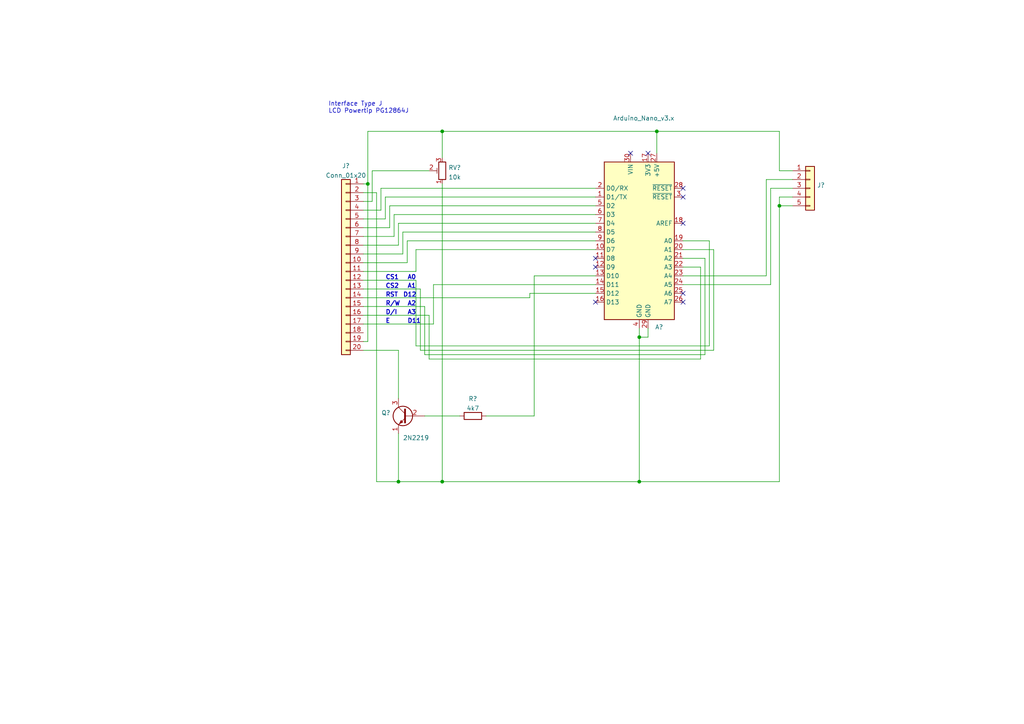
<source format=kicad_sch>
(kicad_sch (version 20211123) (generator eeschema)

  (uuid e63e39d7-6ac0-4ffd-8aa3-1841a4541b55)

  (paper "A4")

  (lib_symbols
    (symbol "Connector_Generic:Conn_01x05" (pin_names (offset 1.016) hide) (in_bom yes) (on_board yes)
      (property "Reference" "J" (id 0) (at 0 7.62 0)
        (effects (font (size 1.27 1.27)))
      )
      (property "Value" "Conn_01x05" (id 1) (at 0 -7.62 0)
        (effects (font (size 1.27 1.27)))
      )
      (property "Footprint" "" (id 2) (at 0 0 0)
        (effects (font (size 1.27 1.27)) hide)
      )
      (property "Datasheet" "~" (id 3) (at 0 0 0)
        (effects (font (size 1.27 1.27)) hide)
      )
      (property "ki_keywords" "connector" (id 4) (at 0 0 0)
        (effects (font (size 1.27 1.27)) hide)
      )
      (property "ki_description" "Generic connector, single row, 01x05, script generated (kicad-library-utils/schlib/autogen/connector/)" (id 5) (at 0 0 0)
        (effects (font (size 1.27 1.27)) hide)
      )
      (property "ki_fp_filters" "Connector*:*_1x??_*" (id 6) (at 0 0 0)
        (effects (font (size 1.27 1.27)) hide)
      )
      (symbol "Conn_01x05_1_1"
        (rectangle (start -1.27 -4.953) (end 0 -5.207)
          (stroke (width 0.1524) (type default) (color 0 0 0 0))
          (fill (type none))
        )
        (rectangle (start -1.27 -2.413) (end 0 -2.667)
          (stroke (width 0.1524) (type default) (color 0 0 0 0))
          (fill (type none))
        )
        (rectangle (start -1.27 0.127) (end 0 -0.127)
          (stroke (width 0.1524) (type default) (color 0 0 0 0))
          (fill (type none))
        )
        (rectangle (start -1.27 2.667) (end 0 2.413)
          (stroke (width 0.1524) (type default) (color 0 0 0 0))
          (fill (type none))
        )
        (rectangle (start -1.27 5.207) (end 0 4.953)
          (stroke (width 0.1524) (type default) (color 0 0 0 0))
          (fill (type none))
        )
        (rectangle (start -1.27 6.35) (end 1.27 -6.35)
          (stroke (width 0.254) (type default) (color 0 0 0 0))
          (fill (type background))
        )
        (pin passive line (at -5.08 5.08 0) (length 3.81)
          (name "Pin_1" (effects (font (size 1.27 1.27))))
          (number "1" (effects (font (size 1.27 1.27))))
        )
        (pin passive line (at -5.08 2.54 0) (length 3.81)
          (name "Pin_2" (effects (font (size 1.27 1.27))))
          (number "2" (effects (font (size 1.27 1.27))))
        )
        (pin passive line (at -5.08 0 0) (length 3.81)
          (name "Pin_3" (effects (font (size 1.27 1.27))))
          (number "3" (effects (font (size 1.27 1.27))))
        )
        (pin passive line (at -5.08 -2.54 0) (length 3.81)
          (name "Pin_4" (effects (font (size 1.27 1.27))))
          (number "4" (effects (font (size 1.27 1.27))))
        )
        (pin passive line (at -5.08 -5.08 0) (length 3.81)
          (name "Pin_5" (effects (font (size 1.27 1.27))))
          (number "5" (effects (font (size 1.27 1.27))))
        )
      )
    )
    (symbol "Connector_Generic:Conn_01x20" (pin_names (offset 1.016) hide) (in_bom yes) (on_board yes)
      (property "Reference" "J" (id 0) (at 0 25.4 0)
        (effects (font (size 1.27 1.27)))
      )
      (property "Value" "Conn_01x20" (id 1) (at 0 -27.94 0)
        (effects (font (size 1.27 1.27)))
      )
      (property "Footprint" "" (id 2) (at 0 0 0)
        (effects (font (size 1.27 1.27)) hide)
      )
      (property "Datasheet" "~" (id 3) (at 0 0 0)
        (effects (font (size 1.27 1.27)) hide)
      )
      (property "ki_keywords" "connector" (id 4) (at 0 0 0)
        (effects (font (size 1.27 1.27)) hide)
      )
      (property "ki_description" "Generic connector, single row, 01x20, script generated (kicad-library-utils/schlib/autogen/connector/)" (id 5) (at 0 0 0)
        (effects (font (size 1.27 1.27)) hide)
      )
      (property "ki_fp_filters" "Connector*:*_1x??_*" (id 6) (at 0 0 0)
        (effects (font (size 1.27 1.27)) hide)
      )
      (symbol "Conn_01x20_1_1"
        (rectangle (start -1.27 -25.273) (end 0 -25.527)
          (stroke (width 0.1524) (type default) (color 0 0 0 0))
          (fill (type none))
        )
        (rectangle (start -1.27 -22.733) (end 0 -22.987)
          (stroke (width 0.1524) (type default) (color 0 0 0 0))
          (fill (type none))
        )
        (rectangle (start -1.27 -20.193) (end 0 -20.447)
          (stroke (width 0.1524) (type default) (color 0 0 0 0))
          (fill (type none))
        )
        (rectangle (start -1.27 -17.653) (end 0 -17.907)
          (stroke (width 0.1524) (type default) (color 0 0 0 0))
          (fill (type none))
        )
        (rectangle (start -1.27 -15.113) (end 0 -15.367)
          (stroke (width 0.1524) (type default) (color 0 0 0 0))
          (fill (type none))
        )
        (rectangle (start -1.27 -12.573) (end 0 -12.827)
          (stroke (width 0.1524) (type default) (color 0 0 0 0))
          (fill (type none))
        )
        (rectangle (start -1.27 -10.033) (end 0 -10.287)
          (stroke (width 0.1524) (type default) (color 0 0 0 0))
          (fill (type none))
        )
        (rectangle (start -1.27 -7.493) (end 0 -7.747)
          (stroke (width 0.1524) (type default) (color 0 0 0 0))
          (fill (type none))
        )
        (rectangle (start -1.27 -4.953) (end 0 -5.207)
          (stroke (width 0.1524) (type default) (color 0 0 0 0))
          (fill (type none))
        )
        (rectangle (start -1.27 -2.413) (end 0 -2.667)
          (stroke (width 0.1524) (type default) (color 0 0 0 0))
          (fill (type none))
        )
        (rectangle (start -1.27 0.127) (end 0 -0.127)
          (stroke (width 0.1524) (type default) (color 0 0 0 0))
          (fill (type none))
        )
        (rectangle (start -1.27 2.667) (end 0 2.413)
          (stroke (width 0.1524) (type default) (color 0 0 0 0))
          (fill (type none))
        )
        (rectangle (start -1.27 5.207) (end 0 4.953)
          (stroke (width 0.1524) (type default) (color 0 0 0 0))
          (fill (type none))
        )
        (rectangle (start -1.27 7.747) (end 0 7.493)
          (stroke (width 0.1524) (type default) (color 0 0 0 0))
          (fill (type none))
        )
        (rectangle (start -1.27 10.287) (end 0 10.033)
          (stroke (width 0.1524) (type default) (color 0 0 0 0))
          (fill (type none))
        )
        (rectangle (start -1.27 12.827) (end 0 12.573)
          (stroke (width 0.1524) (type default) (color 0 0 0 0))
          (fill (type none))
        )
        (rectangle (start -1.27 15.367) (end 0 15.113)
          (stroke (width 0.1524) (type default) (color 0 0 0 0))
          (fill (type none))
        )
        (rectangle (start -1.27 17.907) (end 0 17.653)
          (stroke (width 0.1524) (type default) (color 0 0 0 0))
          (fill (type none))
        )
        (rectangle (start -1.27 20.447) (end 0 20.193)
          (stroke (width 0.1524) (type default) (color 0 0 0 0))
          (fill (type none))
        )
        (rectangle (start -1.27 22.987) (end 0 22.733)
          (stroke (width 0.1524) (type default) (color 0 0 0 0))
          (fill (type none))
        )
        (rectangle (start -1.27 24.13) (end 1.27 -26.67)
          (stroke (width 0.254) (type default) (color 0 0 0 0))
          (fill (type background))
        )
        (pin passive line (at -5.08 22.86 0) (length 3.81)
          (name "Pin_1" (effects (font (size 1.27 1.27))))
          (number "1" (effects (font (size 1.27 1.27))))
        )
        (pin passive line (at -5.08 0 0) (length 3.81)
          (name "Pin_10" (effects (font (size 1.27 1.27))))
          (number "10" (effects (font (size 1.27 1.27))))
        )
        (pin passive line (at -5.08 -2.54 0) (length 3.81)
          (name "Pin_11" (effects (font (size 1.27 1.27))))
          (number "11" (effects (font (size 1.27 1.27))))
        )
        (pin passive line (at -5.08 -5.08 0) (length 3.81)
          (name "Pin_12" (effects (font (size 1.27 1.27))))
          (number "12" (effects (font (size 1.27 1.27))))
        )
        (pin passive line (at -5.08 -7.62 0) (length 3.81)
          (name "Pin_13" (effects (font (size 1.27 1.27))))
          (number "13" (effects (font (size 1.27 1.27))))
        )
        (pin passive line (at -5.08 -10.16 0) (length 3.81)
          (name "Pin_14" (effects (font (size 1.27 1.27))))
          (number "14" (effects (font (size 1.27 1.27))))
        )
        (pin passive line (at -5.08 -12.7 0) (length 3.81)
          (name "Pin_15" (effects (font (size 1.27 1.27))))
          (number "15" (effects (font (size 1.27 1.27))))
        )
        (pin passive line (at -5.08 -15.24 0) (length 3.81)
          (name "Pin_16" (effects (font (size 1.27 1.27))))
          (number "16" (effects (font (size 1.27 1.27))))
        )
        (pin passive line (at -5.08 -17.78 0) (length 3.81)
          (name "Pin_17" (effects (font (size 1.27 1.27))))
          (number "17" (effects (font (size 1.27 1.27))))
        )
        (pin passive line (at -5.08 -20.32 0) (length 3.81)
          (name "Pin_18" (effects (font (size 1.27 1.27))))
          (number "18" (effects (font (size 1.27 1.27))))
        )
        (pin passive line (at -5.08 -22.86 0) (length 3.81)
          (name "Pin_19" (effects (font (size 1.27 1.27))))
          (number "19" (effects (font (size 1.27 1.27))))
        )
        (pin passive line (at -5.08 20.32 0) (length 3.81)
          (name "Pin_2" (effects (font (size 1.27 1.27))))
          (number "2" (effects (font (size 1.27 1.27))))
        )
        (pin passive line (at -5.08 -25.4 0) (length 3.81)
          (name "Pin_20" (effects (font (size 1.27 1.27))))
          (number "20" (effects (font (size 1.27 1.27))))
        )
        (pin passive line (at -5.08 17.78 0) (length 3.81)
          (name "Pin_3" (effects (font (size 1.27 1.27))))
          (number "3" (effects (font (size 1.27 1.27))))
        )
        (pin passive line (at -5.08 15.24 0) (length 3.81)
          (name "Pin_4" (effects (font (size 1.27 1.27))))
          (number "4" (effects (font (size 1.27 1.27))))
        )
        (pin passive line (at -5.08 12.7 0) (length 3.81)
          (name "Pin_5" (effects (font (size 1.27 1.27))))
          (number "5" (effects (font (size 1.27 1.27))))
        )
        (pin passive line (at -5.08 10.16 0) (length 3.81)
          (name "Pin_6" (effects (font (size 1.27 1.27))))
          (number "6" (effects (font (size 1.27 1.27))))
        )
        (pin passive line (at -5.08 7.62 0) (length 3.81)
          (name "Pin_7" (effects (font (size 1.27 1.27))))
          (number "7" (effects (font (size 1.27 1.27))))
        )
        (pin passive line (at -5.08 5.08 0) (length 3.81)
          (name "Pin_8" (effects (font (size 1.27 1.27))))
          (number "8" (effects (font (size 1.27 1.27))))
        )
        (pin passive line (at -5.08 2.54 0) (length 3.81)
          (name "Pin_9" (effects (font (size 1.27 1.27))))
          (number "9" (effects (font (size 1.27 1.27))))
        )
      )
    )
    (symbol "Device:R" (pin_numbers hide) (pin_names (offset 0)) (in_bom yes) (on_board yes)
      (property "Reference" "R" (id 0) (at 2.032 0 90)
        (effects (font (size 1.27 1.27)))
      )
      (property "Value" "R" (id 1) (at 0 0 90)
        (effects (font (size 1.27 1.27)))
      )
      (property "Footprint" "" (id 2) (at -1.778 0 90)
        (effects (font (size 1.27 1.27)) hide)
      )
      (property "Datasheet" "~" (id 3) (at 0 0 0)
        (effects (font (size 1.27 1.27)) hide)
      )
      (property "ki_keywords" "R res resistor" (id 4) (at 0 0 0)
        (effects (font (size 1.27 1.27)) hide)
      )
      (property "ki_description" "Resistor" (id 5) (at 0 0 0)
        (effects (font (size 1.27 1.27)) hide)
      )
      (property "ki_fp_filters" "R_*" (id 6) (at 0 0 0)
        (effects (font (size 1.27 1.27)) hide)
      )
      (symbol "R_0_1"
        (rectangle (start -1.016 -2.54) (end 1.016 2.54)
          (stroke (width 0.254) (type default) (color 0 0 0 0))
          (fill (type none))
        )
      )
      (symbol "R_1_1"
        (pin passive line (at 0 3.81 270) (length 1.27)
          (name "~" (effects (font (size 1.27 1.27))))
          (number "1" (effects (font (size 1.27 1.27))))
        )
        (pin passive line (at 0 -3.81 90) (length 1.27)
          (name "~" (effects (font (size 1.27 1.27))))
          (number "2" (effects (font (size 1.27 1.27))))
        )
      )
    )
    (symbol "Device:R_Potentiometer_Trim" (pin_names (offset 1.016) hide) (in_bom yes) (on_board yes)
      (property "Reference" "RV" (id 0) (at -4.445 0 90)
        (effects (font (size 1.27 1.27)))
      )
      (property "Value" "R_Potentiometer_Trim" (id 1) (at -2.54 0 90)
        (effects (font (size 1.27 1.27)))
      )
      (property "Footprint" "" (id 2) (at 0 0 0)
        (effects (font (size 1.27 1.27)) hide)
      )
      (property "Datasheet" "~" (id 3) (at 0 0 0)
        (effects (font (size 1.27 1.27)) hide)
      )
      (property "ki_keywords" "resistor variable trimpot trimmer" (id 4) (at 0 0 0)
        (effects (font (size 1.27 1.27)) hide)
      )
      (property "ki_description" "Trim-potentiometer" (id 5) (at 0 0 0)
        (effects (font (size 1.27 1.27)) hide)
      )
      (property "ki_fp_filters" "Potentiometer*" (id 6) (at 0 0 0)
        (effects (font (size 1.27 1.27)) hide)
      )
      (symbol "R_Potentiometer_Trim_0_1"
        (polyline
          (pts
            (xy 1.524 0.762)
            (xy 1.524 -0.762)
          )
          (stroke (width 0) (type default) (color 0 0 0 0))
          (fill (type none))
        )
        (polyline
          (pts
            (xy 2.54 0)
            (xy 1.524 0)
          )
          (stroke (width 0) (type default) (color 0 0 0 0))
          (fill (type none))
        )
        (rectangle (start 1.016 2.54) (end -1.016 -2.54)
          (stroke (width 0.254) (type default) (color 0 0 0 0))
          (fill (type none))
        )
      )
      (symbol "R_Potentiometer_Trim_1_1"
        (pin passive line (at 0 3.81 270) (length 1.27)
          (name "1" (effects (font (size 1.27 1.27))))
          (number "1" (effects (font (size 1.27 1.27))))
        )
        (pin passive line (at 3.81 0 180) (length 1.27)
          (name "2" (effects (font (size 1.27 1.27))))
          (number "2" (effects (font (size 1.27 1.27))))
        )
        (pin passive line (at 0 -3.81 90) (length 1.27)
          (name "3" (effects (font (size 1.27 1.27))))
          (number "3" (effects (font (size 1.27 1.27))))
        )
      )
    )
    (symbol "MCU_Module:Arduino_Nano_v3.x" (in_bom yes) (on_board yes)
      (property "Reference" "A" (id 0) (at -10.16 23.495 0)
        (effects (font (size 1.27 1.27)) (justify left bottom))
      )
      (property "Value" "Arduino_Nano_v3.x" (id 1) (at 5.08 -24.13 0)
        (effects (font (size 1.27 1.27)) (justify left top))
      )
      (property "Footprint" "Module:Arduino_Nano" (id 2) (at 0 0 0)
        (effects (font (size 1.27 1.27) italic) hide)
      )
      (property "Datasheet" "http://www.mouser.com/pdfdocs/Gravitech_Arduino_Nano3_0.pdf" (id 3) (at 0 0 0)
        (effects (font (size 1.27 1.27)) hide)
      )
      (property "ki_keywords" "Arduino nano microcontroller module USB" (id 4) (at 0 0 0)
        (effects (font (size 1.27 1.27)) hide)
      )
      (property "ki_description" "Arduino Nano v3.x" (id 5) (at 0 0 0)
        (effects (font (size 1.27 1.27)) hide)
      )
      (property "ki_fp_filters" "Arduino*Nano*" (id 6) (at 0 0 0)
        (effects (font (size 1.27 1.27)) hide)
      )
      (symbol "Arduino_Nano_v3.x_0_1"
        (rectangle (start -10.16 22.86) (end 10.16 -22.86)
          (stroke (width 0.254) (type default) (color 0 0 0 0))
          (fill (type background))
        )
      )
      (symbol "Arduino_Nano_v3.x_1_1"
        (pin bidirectional line (at -12.7 12.7 0) (length 2.54)
          (name "D1/TX" (effects (font (size 1.27 1.27))))
          (number "1" (effects (font (size 1.27 1.27))))
        )
        (pin bidirectional line (at -12.7 -2.54 0) (length 2.54)
          (name "D7" (effects (font (size 1.27 1.27))))
          (number "10" (effects (font (size 1.27 1.27))))
        )
        (pin bidirectional line (at -12.7 -5.08 0) (length 2.54)
          (name "D8" (effects (font (size 1.27 1.27))))
          (number "11" (effects (font (size 1.27 1.27))))
        )
        (pin bidirectional line (at -12.7 -7.62 0) (length 2.54)
          (name "D9" (effects (font (size 1.27 1.27))))
          (number "12" (effects (font (size 1.27 1.27))))
        )
        (pin bidirectional line (at -12.7 -10.16 0) (length 2.54)
          (name "D10" (effects (font (size 1.27 1.27))))
          (number "13" (effects (font (size 1.27 1.27))))
        )
        (pin bidirectional line (at -12.7 -12.7 0) (length 2.54)
          (name "D11" (effects (font (size 1.27 1.27))))
          (number "14" (effects (font (size 1.27 1.27))))
        )
        (pin bidirectional line (at -12.7 -15.24 0) (length 2.54)
          (name "D12" (effects (font (size 1.27 1.27))))
          (number "15" (effects (font (size 1.27 1.27))))
        )
        (pin bidirectional line (at -12.7 -17.78 0) (length 2.54)
          (name "D13" (effects (font (size 1.27 1.27))))
          (number "16" (effects (font (size 1.27 1.27))))
        )
        (pin power_out line (at 2.54 25.4 270) (length 2.54)
          (name "3V3" (effects (font (size 1.27 1.27))))
          (number "17" (effects (font (size 1.27 1.27))))
        )
        (pin input line (at 12.7 5.08 180) (length 2.54)
          (name "AREF" (effects (font (size 1.27 1.27))))
          (number "18" (effects (font (size 1.27 1.27))))
        )
        (pin bidirectional line (at 12.7 0 180) (length 2.54)
          (name "A0" (effects (font (size 1.27 1.27))))
          (number "19" (effects (font (size 1.27 1.27))))
        )
        (pin bidirectional line (at -12.7 15.24 0) (length 2.54)
          (name "D0/RX" (effects (font (size 1.27 1.27))))
          (number "2" (effects (font (size 1.27 1.27))))
        )
        (pin bidirectional line (at 12.7 -2.54 180) (length 2.54)
          (name "A1" (effects (font (size 1.27 1.27))))
          (number "20" (effects (font (size 1.27 1.27))))
        )
        (pin bidirectional line (at 12.7 -5.08 180) (length 2.54)
          (name "A2" (effects (font (size 1.27 1.27))))
          (number "21" (effects (font (size 1.27 1.27))))
        )
        (pin bidirectional line (at 12.7 -7.62 180) (length 2.54)
          (name "A3" (effects (font (size 1.27 1.27))))
          (number "22" (effects (font (size 1.27 1.27))))
        )
        (pin bidirectional line (at 12.7 -10.16 180) (length 2.54)
          (name "A4" (effects (font (size 1.27 1.27))))
          (number "23" (effects (font (size 1.27 1.27))))
        )
        (pin bidirectional line (at 12.7 -12.7 180) (length 2.54)
          (name "A5" (effects (font (size 1.27 1.27))))
          (number "24" (effects (font (size 1.27 1.27))))
        )
        (pin bidirectional line (at 12.7 -15.24 180) (length 2.54)
          (name "A6" (effects (font (size 1.27 1.27))))
          (number "25" (effects (font (size 1.27 1.27))))
        )
        (pin bidirectional line (at 12.7 -17.78 180) (length 2.54)
          (name "A7" (effects (font (size 1.27 1.27))))
          (number "26" (effects (font (size 1.27 1.27))))
        )
        (pin power_out line (at 5.08 25.4 270) (length 2.54)
          (name "+5V" (effects (font (size 1.27 1.27))))
          (number "27" (effects (font (size 1.27 1.27))))
        )
        (pin input line (at 12.7 15.24 180) (length 2.54)
          (name "~{RESET}" (effects (font (size 1.27 1.27))))
          (number "28" (effects (font (size 1.27 1.27))))
        )
        (pin power_in line (at 2.54 -25.4 90) (length 2.54)
          (name "GND" (effects (font (size 1.27 1.27))))
          (number "29" (effects (font (size 1.27 1.27))))
        )
        (pin input line (at 12.7 12.7 180) (length 2.54)
          (name "~{RESET}" (effects (font (size 1.27 1.27))))
          (number "3" (effects (font (size 1.27 1.27))))
        )
        (pin power_in line (at -2.54 25.4 270) (length 2.54)
          (name "VIN" (effects (font (size 1.27 1.27))))
          (number "30" (effects (font (size 1.27 1.27))))
        )
        (pin power_in line (at 0 -25.4 90) (length 2.54)
          (name "GND" (effects (font (size 1.27 1.27))))
          (number "4" (effects (font (size 1.27 1.27))))
        )
        (pin bidirectional line (at -12.7 10.16 0) (length 2.54)
          (name "D2" (effects (font (size 1.27 1.27))))
          (number "5" (effects (font (size 1.27 1.27))))
        )
        (pin bidirectional line (at -12.7 7.62 0) (length 2.54)
          (name "D3" (effects (font (size 1.27 1.27))))
          (number "6" (effects (font (size 1.27 1.27))))
        )
        (pin bidirectional line (at -12.7 5.08 0) (length 2.54)
          (name "D4" (effects (font (size 1.27 1.27))))
          (number "7" (effects (font (size 1.27 1.27))))
        )
        (pin bidirectional line (at -12.7 2.54 0) (length 2.54)
          (name "D5" (effects (font (size 1.27 1.27))))
          (number "8" (effects (font (size 1.27 1.27))))
        )
        (pin bidirectional line (at -12.7 0 0) (length 2.54)
          (name "D6" (effects (font (size 1.27 1.27))))
          (number "9" (effects (font (size 1.27 1.27))))
        )
      )
    )
    (symbol "Transistor_BJT:2N2219" (pin_names (offset 0) hide) (in_bom yes) (on_board yes)
      (property "Reference" "Q" (id 0) (at 5.08 1.905 0)
        (effects (font (size 1.27 1.27)) (justify left))
      )
      (property "Value" "2N2219" (id 1) (at 5.08 0 0)
        (effects (font (size 1.27 1.27)) (justify left))
      )
      (property "Footprint" "Package_TO_SOT_THT:TO-39-3" (id 2) (at 5.08 -1.905 0)
        (effects (font (size 1.27 1.27) italic) (justify left) hide)
      )
      (property "Datasheet" "http://www.onsemi.com/pub_link/Collateral/2N2219-D.PDF" (id 3) (at 0 0 0)
        (effects (font (size 1.27 1.27)) (justify left) hide)
      )
      (property "ki_keywords" "NPN Transistor" (id 4) (at 0 0 0)
        (effects (font (size 1.27 1.27)) hide)
      )
      (property "ki_description" "800mA Ic, 50V Vce, NPN Transistor, TO-39" (id 5) (at 0 0 0)
        (effects (font (size 1.27 1.27)) hide)
      )
      (property "ki_fp_filters" "TO?39*" (id 6) (at 0 0 0)
        (effects (font (size 1.27 1.27)) hide)
      )
      (symbol "2N2219_0_1"
        (polyline
          (pts
            (xy 0.635 0.635)
            (xy 2.54 2.54)
          )
          (stroke (width 0) (type default) (color 0 0 0 0))
          (fill (type none))
        )
        (polyline
          (pts
            (xy 0.635 -0.635)
            (xy 2.54 -2.54)
            (xy 2.54 -2.54)
          )
          (stroke (width 0) (type default) (color 0 0 0 0))
          (fill (type none))
        )
        (polyline
          (pts
            (xy 0.635 1.905)
            (xy 0.635 -1.905)
            (xy 0.635 -1.905)
          )
          (stroke (width 0.508) (type default) (color 0 0 0 0))
          (fill (type none))
        )
        (polyline
          (pts
            (xy 1.27 -1.778)
            (xy 1.778 -1.27)
            (xy 2.286 -2.286)
            (xy 1.27 -1.778)
            (xy 1.27 -1.778)
          )
          (stroke (width 0) (type default) (color 0 0 0 0))
          (fill (type outline))
        )
        (circle (center 1.27 0) (radius 2.8194)
          (stroke (width 0.254) (type default) (color 0 0 0 0))
          (fill (type none))
        )
      )
      (symbol "2N2219_1_1"
        (pin passive line (at 2.54 -5.08 90) (length 2.54)
          (name "E" (effects (font (size 1.27 1.27))))
          (number "1" (effects (font (size 1.27 1.27))))
        )
        (pin passive line (at -5.08 0 0) (length 5.715)
          (name "B" (effects (font (size 1.27 1.27))))
          (number "2" (effects (font (size 1.27 1.27))))
        )
        (pin passive line (at 2.54 5.08 270) (length 2.54)
          (name "C" (effects (font (size 1.27 1.27))))
          (number "3" (effects (font (size 1.27 1.27))))
        )
      )
    )
  )

  (junction (at 185.42 139.7) (diameter 0) (color 0 0 0 0)
    (uuid 1b816eea-0353-4fb6-a3bf-139055527e61)
  )
  (junction (at 106.68 53.34) (diameter 0) (color 0 0 0 0)
    (uuid 26956c2d-6c9d-4164-94cf-0f5e139203a1)
  )
  (junction (at 128.27 139.7) (diameter 0) (color 0 0 0 0)
    (uuid 501fab9e-b2b3-40c2-a654-8554c91eb1b6)
  )
  (junction (at 115.57 139.7) (diameter 0) (color 0 0 0 0)
    (uuid 67c444e5-8b20-4ffb-94a5-3ec5c9d24412)
  )
  (junction (at 190.5 38.1) (diameter 0) (color 0 0 0 0)
    (uuid 8a18ea61-53b5-463e-842e-5de28e299d91)
  )
  (junction (at 128.27 38.1) (diameter 0) (color 0 0 0 0)
    (uuid 9607983a-fde1-41e0-a67d-ad1f09fdada0)
  )
  (junction (at 185.42 97.79) (diameter 0) (color 0 0 0 0)
    (uuid e40a3b3c-aaa1-4c07-a4de-489c28df891f)
  )
  (junction (at 226.06 59.69) (diameter 0) (color 0 0 0 0)
    (uuid e60e7b2a-be1a-40ac-8a8d-b4d6a5df8bf6)
  )

  (no_connect (at 182.88 44.45) (uuid 23d2c32e-47ff-4ae6-a498-f01be81385d8))
  (no_connect (at 187.96 44.45) (uuid 23d2c32e-47ff-4ae6-a498-f01be81385d9))
  (no_connect (at 198.12 54.61) (uuid 23d2c32e-47ff-4ae6-a498-f01be81385da))
  (no_connect (at 198.12 64.77) (uuid 23d2c32e-47ff-4ae6-a498-f01be81385db))
  (no_connect (at 198.12 57.15) (uuid 23d2c32e-47ff-4ae6-a498-f01be81385dc))
  (no_connect (at 172.72 87.63) (uuid 23d2c32e-47ff-4ae6-a498-f01be81385dd))
  (no_connect (at 172.72 77.47) (uuid 23d2c32e-47ff-4ae6-a498-f01be81385e1))
  (no_connect (at 172.72 74.93) (uuid 23d2c32e-47ff-4ae6-a498-f01be81385e2))
  (no_connect (at 198.12 85.09) (uuid da45010f-ef64-4740-82f1-fee030820c70))
  (no_connect (at 198.12 87.63) (uuid da45010f-ef64-4740-82f1-fee030820c71))

  (wire (pts (xy 105.41 78.74) (xy 120.65 78.74))
    (stroke (width 0) (type default) (color 0 0 0 0))
    (uuid 00cc81c7-a218-403c-a7d4-f7708ad9c84c)
  )
  (wire (pts (xy 114.3 68.58) (xy 114.3 62.23))
    (stroke (width 0) (type default) (color 0 0 0 0))
    (uuid 023ad332-e571-420f-95bc-943ffe6e671f)
  )
  (wire (pts (xy 118.11 69.85) (xy 172.72 69.85))
    (stroke (width 0) (type default) (color 0 0 0 0))
    (uuid 02ab35d0-b431-44d0-a66b-cfb9081c6b91)
  )
  (wire (pts (xy 110.49 54.61) (xy 172.72 54.61))
    (stroke (width 0) (type default) (color 0 0 0 0))
    (uuid 04ba3bfe-2b00-4d24-a669-3231703add53)
  )
  (wire (pts (xy 154.94 80.01) (xy 172.72 80.01))
    (stroke (width 0) (type default) (color 0 0 0 0))
    (uuid 0bb79875-05c7-4b8a-9d2d-5fca0ef83c84)
  )
  (wire (pts (xy 223.52 54.61) (xy 229.87 54.61))
    (stroke (width 0) (type default) (color 0 0 0 0))
    (uuid 0bfa2087-73e6-4c7f-bf5a-8cf82e628a7a)
  )
  (wire (pts (xy 153.67 86.36) (xy 153.67 85.09))
    (stroke (width 0) (type default) (color 0 0 0 0))
    (uuid 11b49d13-b047-4242-be65-9a9b1c80ec58)
  )
  (wire (pts (xy 203.2 104.14) (xy 124.46 104.14))
    (stroke (width 0) (type default) (color 0 0 0 0))
    (uuid 12f756df-7709-4ef2-8f7e-eb94d94b5acc)
  )
  (wire (pts (xy 107.95 58.42) (xy 107.95 49.53))
    (stroke (width 0) (type default) (color 0 0 0 0))
    (uuid 16feeb4f-2431-4af7-a0bb-cc04a15125b5)
  )
  (wire (pts (xy 226.06 59.69) (xy 226.06 139.7))
    (stroke (width 0) (type default) (color 0 0 0 0))
    (uuid 1702376e-1c85-4ffb-84c8-3aeea5a8def5)
  )
  (wire (pts (xy 154.94 120.65) (xy 154.94 80.01))
    (stroke (width 0) (type default) (color 0 0 0 0))
    (uuid 1adc423c-5f41-4ee4-af46-7ca13603c8b6)
  )
  (wire (pts (xy 105.41 101.6) (xy 115.57 101.6))
    (stroke (width 0) (type default) (color 0 0 0 0))
    (uuid 1d1e12a4-e0ee-4c7a-93dd-ce99cf42e6aa)
  )
  (wire (pts (xy 190.5 44.45) (xy 190.5 38.1))
    (stroke (width 0) (type default) (color 0 0 0 0))
    (uuid 223b1bf5-aeb0-4409-ae26-7a05947090b1)
  )
  (wire (pts (xy 153.67 85.09) (xy 172.72 85.09))
    (stroke (width 0) (type default) (color 0 0 0 0))
    (uuid 2621aeaa-9788-4950-9c8a-57743e174960)
  )
  (wire (pts (xy 226.06 139.7) (xy 185.42 139.7))
    (stroke (width 0) (type default) (color 0 0 0 0))
    (uuid 2669c1de-966f-4f49-98f7-089f5b49b9ed)
  )
  (wire (pts (xy 123.19 102.87) (xy 204.47 102.87))
    (stroke (width 0) (type default) (color 0 0 0 0))
    (uuid 272dfa38-7418-4280-aa0e-f368ae116ac7)
  )
  (wire (pts (xy 105.41 81.28) (xy 120.65 81.28))
    (stroke (width 0) (type default) (color 0 0 0 0))
    (uuid 288888a6-4ba4-4710-a5b9-fc5848f2604b)
  )
  (wire (pts (xy 106.68 53.34) (xy 105.41 53.34))
    (stroke (width 0) (type default) (color 0 0 0 0))
    (uuid 2b105527-e599-4635-9472-cb4bb39953cd)
  )
  (wire (pts (xy 190.5 38.1) (xy 128.27 38.1))
    (stroke (width 0) (type default) (color 0 0 0 0))
    (uuid 2bd8e8f1-1a24-4dbc-9d3e-02ec45243012)
  )
  (wire (pts (xy 105.41 93.98) (xy 125.73 93.98))
    (stroke (width 0) (type default) (color 0 0 0 0))
    (uuid 2be2817e-203e-4bca-950c-4cde4d9608bb)
  )
  (wire (pts (xy 121.92 101.6) (xy 207.01 101.6))
    (stroke (width 0) (type default) (color 0 0 0 0))
    (uuid 2bf06bea-150d-471f-ac08-5536eec0e354)
  )
  (wire (pts (xy 109.22 139.7) (xy 115.57 139.7))
    (stroke (width 0) (type default) (color 0 0 0 0))
    (uuid 2d297dd4-4cd6-4662-8274-737d730aa79d)
  )
  (wire (pts (xy 203.2 77.47) (xy 203.2 104.14))
    (stroke (width 0) (type default) (color 0 0 0 0))
    (uuid 2f6f2ab6-cab5-49b6-aa2a-727eb859c5c9)
  )
  (wire (pts (xy 187.96 97.79) (xy 185.42 97.79))
    (stroke (width 0) (type default) (color 0 0 0 0))
    (uuid 3070e453-5a48-4337-bc8a-aaea9f0903c4)
  )
  (wire (pts (xy 185.42 139.7) (xy 185.42 97.79))
    (stroke (width 0) (type default) (color 0 0 0 0))
    (uuid 31d2966a-64ad-4958-af20-c744c9715e5a)
  )
  (wire (pts (xy 207.01 72.39) (xy 198.12 72.39))
    (stroke (width 0) (type default) (color 0 0 0 0))
    (uuid 34fbeb3f-3b04-4488-bc55-c55f76c5f22d)
  )
  (wire (pts (xy 226.06 38.1) (xy 190.5 38.1))
    (stroke (width 0) (type default) (color 0 0 0 0))
    (uuid 3fb5d79e-8661-4f81-8234-903d8c4e02e7)
  )
  (wire (pts (xy 105.41 86.36) (xy 153.67 86.36))
    (stroke (width 0) (type default) (color 0 0 0 0))
    (uuid 434de308-3c0f-471e-b2ea-4b1db61e07dc)
  )
  (wire (pts (xy 116.84 67.31) (xy 172.72 67.31))
    (stroke (width 0) (type default) (color 0 0 0 0))
    (uuid 488f05c2-7acd-4af4-aa90-1c1495a576e0)
  )
  (wire (pts (xy 204.47 102.87) (xy 204.47 74.93))
    (stroke (width 0) (type default) (color 0 0 0 0))
    (uuid 4db4a59c-fada-4171-b18f-1a067f42aac4)
  )
  (wire (pts (xy 107.95 49.53) (xy 124.46 49.53))
    (stroke (width 0) (type default) (color 0 0 0 0))
    (uuid 50995e64-7296-4b25-9b24-87ec7499d76b)
  )
  (wire (pts (xy 124.46 91.44) (xy 105.41 91.44))
    (stroke (width 0) (type default) (color 0 0 0 0))
    (uuid 5ce96e35-d711-4735-bc07-243bb6042c40)
  )
  (wire (pts (xy 115.57 101.6) (xy 115.57 115.57))
    (stroke (width 0) (type default) (color 0 0 0 0))
    (uuid 5d6a69a8-0bd0-4b11-9901-f99098549864)
  )
  (wire (pts (xy 105.41 68.58) (xy 114.3 68.58))
    (stroke (width 0) (type default) (color 0 0 0 0))
    (uuid 610776bb-a1ac-4507-ab8b-7b3028938d9b)
  )
  (wire (pts (xy 111.76 63.5) (xy 111.76 57.15))
    (stroke (width 0) (type default) (color 0 0 0 0))
    (uuid 62e2b450-b21a-46ea-a3af-33981db74872)
  )
  (wire (pts (xy 105.41 99.06) (xy 106.68 99.06))
    (stroke (width 0) (type default) (color 0 0 0 0))
    (uuid 64b490ae-4418-4b6f-89d7-30ad2610b4c2)
  )
  (wire (pts (xy 172.72 82.55) (xy 125.73 82.55))
    (stroke (width 0) (type default) (color 0 0 0 0))
    (uuid 659894ec-5e2b-4557-9417-6770ae62f629)
  )
  (wire (pts (xy 223.52 82.55) (xy 223.52 54.61))
    (stroke (width 0) (type default) (color 0 0 0 0))
    (uuid 65dc3acc-f0d9-4a03-aa80-b6ae432b4802)
  )
  (wire (pts (xy 106.68 53.34) (xy 106.68 99.06))
    (stroke (width 0) (type default) (color 0 0 0 0))
    (uuid 67cdb4ca-77cb-407d-975e-203a01ba69ea)
  )
  (wire (pts (xy 185.42 97.79) (xy 185.42 95.25))
    (stroke (width 0) (type default) (color 0 0 0 0))
    (uuid 68088798-20ff-4f22-bf25-f788547d7ede)
  )
  (wire (pts (xy 115.57 125.73) (xy 115.57 139.7))
    (stroke (width 0) (type default) (color 0 0 0 0))
    (uuid 700730ec-7a3a-4b70-b0c0-461961ad186c)
  )
  (wire (pts (xy 113.03 59.69) (xy 172.72 59.69))
    (stroke (width 0) (type default) (color 0 0 0 0))
    (uuid 7019e11c-ce2f-46a8-810e-b9ec0d9458c0)
  )
  (wire (pts (xy 128.27 53.34) (xy 128.27 139.7))
    (stroke (width 0) (type default) (color 0 0 0 0))
    (uuid 70f03b82-e1dc-4fb2-9e7c-7409cce86367)
  )
  (wire (pts (xy 198.12 80.01) (xy 222.25 80.01))
    (stroke (width 0) (type default) (color 0 0 0 0))
    (uuid 73cd58cf-64e3-4c8e-aa18-418cbbd5eda2)
  )
  (wire (pts (xy 105.41 88.9) (xy 123.19 88.9))
    (stroke (width 0) (type default) (color 0 0 0 0))
    (uuid 745421e4-91e7-4f8a-86bd-bd91dcb5751d)
  )
  (wire (pts (xy 105.41 63.5) (xy 111.76 63.5))
    (stroke (width 0) (type default) (color 0 0 0 0))
    (uuid 7495946e-c00c-4a14-baf6-cc5203c3826e)
  )
  (wire (pts (xy 222.25 80.01) (xy 222.25 52.07))
    (stroke (width 0) (type default) (color 0 0 0 0))
    (uuid 783e64f7-9a72-49e1-9afe-62728790af61)
  )
  (wire (pts (xy 120.65 81.28) (xy 120.65 100.33))
    (stroke (width 0) (type default) (color 0 0 0 0))
    (uuid 7b0c0c85-45e8-4eac-9a5f-fa4386fd7839)
  )
  (wire (pts (xy 204.47 74.93) (xy 198.12 74.93))
    (stroke (width 0) (type default) (color 0 0 0 0))
    (uuid 7b2509a5-9849-48ef-a7cc-d730e9a0d969)
  )
  (wire (pts (xy 226.06 49.53) (xy 226.06 38.1))
    (stroke (width 0) (type default) (color 0 0 0 0))
    (uuid 7b421a7a-26c6-4858-b50c-372b649fb152)
  )
  (wire (pts (xy 198.12 77.47) (xy 203.2 77.47))
    (stroke (width 0) (type default) (color 0 0 0 0))
    (uuid 7e0521b3-828c-4687-a4b0-eb240ffcae5a)
  )
  (wire (pts (xy 123.19 120.65) (xy 133.35 120.65))
    (stroke (width 0) (type default) (color 0 0 0 0))
    (uuid 824481d2-1d90-46f0-98b1-4e72cf98c67c)
  )
  (wire (pts (xy 229.87 57.15) (xy 226.06 57.15))
    (stroke (width 0) (type default) (color 0 0 0 0))
    (uuid 8789cb84-f524-43e0-b138-19f0e5afc0c1)
  )
  (wire (pts (xy 111.76 57.15) (xy 172.72 57.15))
    (stroke (width 0) (type default) (color 0 0 0 0))
    (uuid 8c5e99ae-3ce7-4266-b40b-58f96b775edf)
  )
  (wire (pts (xy 105.41 71.12) (xy 115.57 71.12))
    (stroke (width 0) (type default) (color 0 0 0 0))
    (uuid 8f5ba982-b99a-411e-b5c6-61daabd96ff0)
  )
  (wire (pts (xy 115.57 64.77) (xy 172.72 64.77))
    (stroke (width 0) (type default) (color 0 0 0 0))
    (uuid 94f8e1b5-4d9d-48ba-b7ba-1c7bf0b4438d)
  )
  (wire (pts (xy 229.87 49.53) (xy 226.06 49.53))
    (stroke (width 0) (type default) (color 0 0 0 0))
    (uuid 97de3622-eecb-4309-95ce-fef73e724467)
  )
  (wire (pts (xy 105.41 73.66) (xy 116.84 73.66))
    (stroke (width 0) (type default) (color 0 0 0 0))
    (uuid 9c3b1dd9-1690-4400-936c-494e7e345e80)
  )
  (wire (pts (xy 113.03 66.04) (xy 113.03 59.69))
    (stroke (width 0) (type default) (color 0 0 0 0))
    (uuid 9e2d0c4f-41f7-4931-8834-b86f26cc8822)
  )
  (wire (pts (xy 124.46 104.14) (xy 124.46 91.44))
    (stroke (width 0) (type default) (color 0 0 0 0))
    (uuid 9f22dfbd-a88e-4a76-9b11-0ceca7e6a582)
  )
  (wire (pts (xy 105.41 58.42) (xy 107.95 58.42))
    (stroke (width 0) (type default) (color 0 0 0 0))
    (uuid a1689a74-97ee-4a38-99d9-b81083f6c9ca)
  )
  (wire (pts (xy 226.06 57.15) (xy 226.06 59.69))
    (stroke (width 0) (type default) (color 0 0 0 0))
    (uuid a3e9c7e7-d0d3-43b0-b698-ad02bf8ff336)
  )
  (wire (pts (xy 121.92 83.82) (xy 121.92 101.6))
    (stroke (width 0) (type default) (color 0 0 0 0))
    (uuid a4746b46-9d74-45a7-b2d9-a3c1fd6f0515)
  )
  (wire (pts (xy 116.84 73.66) (xy 116.84 67.31))
    (stroke (width 0) (type default) (color 0 0 0 0))
    (uuid a59bfd43-9d54-4594-8218-fb058a9a4cf4)
  )
  (wire (pts (xy 198.12 82.55) (xy 223.52 82.55))
    (stroke (width 0) (type default) (color 0 0 0 0))
    (uuid ac0d2d6d-98f5-43cb-84e1-62fede006b4b)
  )
  (wire (pts (xy 110.49 60.96) (xy 110.49 54.61))
    (stroke (width 0) (type default) (color 0 0 0 0))
    (uuid ad690353-077b-45e0-a390-bb9ea564bdfb)
  )
  (wire (pts (xy 140.97 120.65) (xy 154.94 120.65))
    (stroke (width 0) (type default) (color 0 0 0 0))
    (uuid ae47d330-8d42-4636-a310-b64b7b9bbbb1)
  )
  (wire (pts (xy 125.73 82.55) (xy 125.73 93.98))
    (stroke (width 0) (type default) (color 0 0 0 0))
    (uuid aea88a60-f8c3-41bf-a498-8c79a6b8af2e)
  )
  (wire (pts (xy 128.27 38.1) (xy 106.68 38.1))
    (stroke (width 0) (type default) (color 0 0 0 0))
    (uuid b15f1833-1c73-492c-922e-ef0f8affc888)
  )
  (wire (pts (xy 118.11 76.2) (xy 118.11 69.85))
    (stroke (width 0) (type default) (color 0 0 0 0))
    (uuid b1a3b159-6b75-4ca7-8e57-a01373410acc)
  )
  (wire (pts (xy 115.57 139.7) (xy 128.27 139.7))
    (stroke (width 0) (type default) (color 0 0 0 0))
    (uuid b743f14b-92cb-4fa5-800d-537d59776f96)
  )
  (wire (pts (xy 120.65 72.39) (xy 172.72 72.39))
    (stroke (width 0) (type default) (color 0 0 0 0))
    (uuid ba918c0d-ed47-4b55-a351-882691224c7d)
  )
  (wire (pts (xy 105.41 66.04) (xy 113.03 66.04))
    (stroke (width 0) (type default) (color 0 0 0 0))
    (uuid bec1bde5-93ce-418a-9c1c-f5df6b525c0c)
  )
  (wire (pts (xy 187.96 95.25) (xy 187.96 97.79))
    (stroke (width 0) (type default) (color 0 0 0 0))
    (uuid bfb983d4-33d7-434d-a8de-68d21eefb4ce)
  )
  (wire (pts (xy 105.41 55.88) (xy 109.22 55.88))
    (stroke (width 0) (type default) (color 0 0 0 0))
    (uuid c11397e4-75c5-4d0c-a6c1-44995f0f2a5b)
  )
  (wire (pts (xy 123.19 88.9) (xy 123.19 102.87))
    (stroke (width 0) (type default) (color 0 0 0 0))
    (uuid c23a1581-5f6b-4571-b6f4-1a3c3eda2fa4)
  )
  (wire (pts (xy 106.68 38.1) (xy 106.68 53.34))
    (stroke (width 0) (type default) (color 0 0 0 0))
    (uuid c9fd8097-4fd2-4bf4-ae2b-c6dd4fdd0ad6)
  )
  (wire (pts (xy 105.41 76.2) (xy 118.11 76.2))
    (stroke (width 0) (type default) (color 0 0 0 0))
    (uuid caf42034-ae86-411a-9b15-bbe31976f4fb)
  )
  (wire (pts (xy 207.01 101.6) (xy 207.01 72.39))
    (stroke (width 0) (type default) (color 0 0 0 0))
    (uuid d7b30a93-8595-4375-b7cd-6d9f921ea89a)
  )
  (wire (pts (xy 105.41 83.82) (xy 121.92 83.82))
    (stroke (width 0) (type default) (color 0 0 0 0))
    (uuid d8d52191-7046-41b4-8391-611f7c02a18e)
  )
  (wire (pts (xy 115.57 71.12) (xy 115.57 64.77))
    (stroke (width 0) (type default) (color 0 0 0 0))
    (uuid dde1bae1-66c6-4914-864e-28ad9862c622)
  )
  (wire (pts (xy 105.41 60.96) (xy 110.49 60.96))
    (stroke (width 0) (type default) (color 0 0 0 0))
    (uuid df393237-7e33-4c49-a9ac-ddfe6cdd7b66)
  )
  (wire (pts (xy 226.06 59.69) (xy 229.87 59.69))
    (stroke (width 0) (type default) (color 0 0 0 0))
    (uuid dfc22c3a-d72c-4a96-b071-1bb93730c6d9)
  )
  (wire (pts (xy 128.27 38.1) (xy 128.27 45.72))
    (stroke (width 0) (type default) (color 0 0 0 0))
    (uuid dfe82095-8f9b-4e68-aeed-8099a757b9c6)
  )
  (wire (pts (xy 205.74 100.33) (xy 205.74 69.85))
    (stroke (width 0) (type default) (color 0 0 0 0))
    (uuid e006ec8d-cc48-42c7-8039-cc5d68ebcb59)
  )
  (wire (pts (xy 120.65 78.74) (xy 120.65 72.39))
    (stroke (width 0) (type default) (color 0 0 0 0))
    (uuid e283a52c-71d7-44a0-b9f3-a990201e43cd)
  )
  (wire (pts (xy 120.65 100.33) (xy 205.74 100.33))
    (stroke (width 0) (type default) (color 0 0 0 0))
    (uuid e337d184-4fe2-4112-8c63-ce52ef60dd48)
  )
  (wire (pts (xy 205.74 69.85) (xy 198.12 69.85))
    (stroke (width 0) (type default) (color 0 0 0 0))
    (uuid e75cdfd5-20cf-43c2-a6d1-75d3536b1529)
  )
  (wire (pts (xy 222.25 52.07) (xy 229.87 52.07))
    (stroke (width 0) (type default) (color 0 0 0 0))
    (uuid eb2a54fb-5e1e-4ee1-a74e-d6a2abf55d80)
  )
  (wire (pts (xy 128.27 139.7) (xy 185.42 139.7))
    (stroke (width 0) (type default) (color 0 0 0 0))
    (uuid f1416820-3d0e-4e7a-bd03-9ea3db8112ae)
  )
  (wire (pts (xy 114.3 62.23) (xy 172.72 62.23))
    (stroke (width 0) (type default) (color 0 0 0 0))
    (uuid f63c6b10-cc1b-425f-a494-e44c1742e69b)
  )
  (wire (pts (xy 109.22 55.88) (xy 109.22 139.7))
    (stroke (width 0) (type default) (color 0 0 0 0))
    (uuid ff3c247f-58c6-479d-ba30-61d36386d3d2)
  )

  (text "RST\n" (at 111.76 86.36 0)
    (effects (font (size 1.27 1.27) bold) (justify left bottom))
    (uuid 08d1dac8-0d6e-4029-9a06-c8863d7fbd51)
  )
  (text "CS2" (at 111.76 83.82 0)
    (effects (font (size 1.27 1.27) bold) (justify left bottom))
    (uuid 373b5b59-9fbb-41a2-845d-56a1ed5a82dd)
  )
  (text "Interface Type J\nLCD Powertip PG12864J" (at 95.25 33.02 0)
    (effects (font (size 1.27 1.27)) (justify left bottom))
    (uuid 3d213c37-de80-490e-9f45-2814d3fc958b)
  )
  (text "A3" (at 118.11 91.44 0)
    (effects (font (size 1.27 1.27) bold) (justify left bottom))
    (uuid 5ee97714-8ad8-47a4-bd70-3ebc8406c7b5)
  )
  (text "D/I" (at 111.76 91.44 0)
    (effects (font (size 1.27 1.27) bold) (justify left bottom))
    (uuid a43f2e19-4e11-4e86-a12a-58a691d6df28)
  )
  (text "A0" (at 118.11 81.28 0)
    (effects (font (size 1.27 1.27) bold) (justify left bottom))
    (uuid b3eebb03-af8c-48e8-a7d9-5ec3741206fa)
  )
  (text "D12" (at 116.84 86.36 0)
    (effects (font (size 1.27 1.27) bold) (justify left bottom))
    (uuid b5ea13a8-3e37-4201-b115-0647094f76a8)
  )
  (text "A2\n" (at 118.11 88.9 0)
    (effects (font (size 1.27 1.27) bold) (justify left bottom))
    (uuid c04e50f2-d5aa-4a23-a606-4b4ca7d7a313)
  )
  (text "A1" (at 118.11 83.82 0)
    (effects (font (size 1.27 1.27) bold) (justify left bottom))
    (uuid ca0eab8e-e3fd-464d-bb03-d1603b8a651b)
  )
  (text "CS1\n" (at 111.76 81.28 0)
    (effects (font (size 1.27 1.27) bold) (justify left bottom))
    (uuid cf06bbbc-3fa0-42b7-9a99-642ec3689891)
  )
  (text "D11" (at 118.11 93.98 0)
    (effects (font (size 1.27 1.27) bold) (justify left bottom))
    (uuid dca493a0-6eda-488f-a002-b8342b37cfb9)
  )
  (text "E" (at 111.76 93.98 0)
    (effects (font (size 1.27 1.27) (thickness 0.254) bold) (justify left bottom))
    (uuid e07c4b69-e0b4-4217-9b28-38d44f166b31)
  )
  (text "R/W" (at 111.76 88.9 0)
    (effects (font (size 1.27 1.27) bold) (justify left bottom))
    (uuid ee3188d0-94cf-4bcc-9f57-e516684fc142)
  )

  (symbol (lib_id "Connector_Generic:Conn_01x20") (at 100.33 76.2 0) (mirror y) (unit 1)
    (in_bom yes) (on_board yes) (fields_autoplaced)
    (uuid 21443f6e-c9cb-43b6-9145-0fe007529b00)
    (property "Reference" "J?" (id 0) (at 100.33 48.1035 0))
    (property "Value" "Conn_01x20" (id 1) (at 100.33 50.8786 0))
    (property "Footprint" "" (id 2) (at 100.33 76.2 0)
      (effects (font (size 1.27 1.27)) hide)
    )
    (property "Datasheet" "~" (id 3) (at 100.33 76.2 0)
      (effects (font (size 1.27 1.27)) hide)
    )
    (pin "1" (uuid d1c3595d-d061-4c53-823c-19aa0d9a8865))
    (pin "10" (uuid 02ca9350-9e0f-471f-a345-bee2587bb572))
    (pin "11" (uuid c8d1a84b-8d98-4130-891c-9d4b5bdb0535))
    (pin "12" (uuid d28736e8-ee75-491e-b9af-2d7eb8b3297e))
    (pin "13" (uuid bf1a0735-8349-4149-9917-9c06c3ec36d7))
    (pin "14" (uuid 13d0922b-6304-4dca-bf30-664d82859d66))
    (pin "15" (uuid 07e820f6-5352-4622-89c6-9dc8d877ae52))
    (pin "16" (uuid 08895aac-0eaf-4885-9893-39d7cbab257b))
    (pin "17" (uuid 251bbd6b-00ad-4956-8621-28b4b522b62b))
    (pin "18" (uuid 8699357b-081e-4490-9c44-11d25a40de14))
    (pin "19" (uuid eccdf86f-23ac-4077-b13e-27dc356e9a70))
    (pin "2" (uuid d0164702-426e-4c87-abe5-fbfeda4c6ede))
    (pin "20" (uuid b9937346-f6e7-4a0d-8b88-940809bc0c5f))
    (pin "3" (uuid d205f026-5c37-4a8f-96d0-c67ab0976f34))
    (pin "4" (uuid f82b8be3-e209-4493-8527-8e48e4d9c1ce))
    (pin "5" (uuid 8b8cbcc8-2fab-4017-82d7-9e2b0dd87d55))
    (pin "6" (uuid c40d36bb-2efa-4bc3-859b-223faaa66f3e))
    (pin "7" (uuid f686f314-e4c1-4c2d-a83a-58da96d3edf9))
    (pin "8" (uuid fae1c1af-89ba-4c18-88bc-46f514e9bd6f))
    (pin "9" (uuid ae9a2cfc-2e02-4731-9394-e388bba596f8))
  )

  (symbol (lib_id "Device:R") (at 137.16 120.65 90) (unit 1)
    (in_bom yes) (on_board yes) (fields_autoplaced)
    (uuid 6f60e324-72a3-4282-8580-dad93cf31c5f)
    (property "Reference" "R?" (id 0) (at 137.16 115.6675 90))
    (property "Value" "4k7" (id 1) (at 137.16 118.4426 90))
    (property "Footprint" "" (id 2) (at 137.16 122.428 90)
      (effects (font (size 1.27 1.27)) hide)
    )
    (property "Datasheet" "~" (id 3) (at 137.16 120.65 0)
      (effects (font (size 1.27 1.27)) hide)
    )
    (pin "1" (uuid e4b62e60-8881-4302-a54c-7d987047b57f))
    (pin "2" (uuid 9b389ae6-83f8-44d1-b771-7123a65fcc69))
  )

  (symbol (lib_id "Transistor_BJT:2N2219") (at 118.11 120.65 0) (mirror y) (unit 1)
    (in_bom yes) (on_board yes)
    (uuid 9f0a50f0-acdd-465c-84f9-c33116e8f1ad)
    (property "Reference" "Q?" (id 0) (at 113.2587 119.7415 0)
      (effects (font (size 1.27 1.27)) (justify left))
    )
    (property "Value" "2N2219" (id 1) (at 124.46 127 0)
      (effects (font (size 1.27 1.27)) (justify left))
    )
    (property "Footprint" "Package_TO_SOT_THT:TO-39-3" (id 2) (at 113.03 122.555 0)
      (effects (font (size 1.27 1.27) italic) (justify left) hide)
    )
    (property "Datasheet" "http://www.onsemi.com/pub_link/Collateral/2N2219-D.PDF" (id 3) (at 118.11 120.65 0)
      (effects (font (size 1.27 1.27)) (justify left) hide)
    )
    (pin "1" (uuid 1c40773f-c315-47be-88db-452d9bd48055))
    (pin "2" (uuid 3d95eeb7-848d-418f-8c0f-f17664908d1b))
    (pin "3" (uuid 5d6b226b-78d5-464c-b256-379964d7d772))
  )

  (symbol (lib_id "MCU_Module:Arduino_Nano_v3.x") (at 185.42 69.85 0) (unit 1)
    (in_bom yes) (on_board yes)
    (uuid aeb03be9-98f0-43f6-9432-1bb35aa04bab)
    (property "Reference" "A?" (id 0) (at 189.9794 94.8595 0)
      (effects (font (size 1.27 1.27)) (justify left))
    )
    (property "Value" "Arduino_Nano_v3.x" (id 1) (at 177.8 34.29 0)
      (effects (font (size 1.27 1.27)) (justify left))
    )
    (property "Footprint" "Module:Arduino_Nano" (id 2) (at 185.42 69.85 0)
      (effects (font (size 1.27 1.27) italic) hide)
    )
    (property "Datasheet" "http://www.mouser.com/pdfdocs/Gravitech_Arduino_Nano3_0.pdf" (id 3) (at 185.42 69.85 0)
      (effects (font (size 1.27 1.27)) hide)
    )
    (pin "1" (uuid cf815d51-c956-4c5a-adde-c373cb025b07))
    (pin "10" (uuid 3e0392c0-affc-4114-9de5-1f1cfe79418a))
    (pin "11" (uuid 6513181c-0a6a-4560-9a18-17450c36ae2a))
    (pin "12" (uuid 12a24e86-2c38-4685-bba9-fff8dddb4cb0))
    (pin "13" (uuid f357ddb5-3f44-43b0-b00d-d64f5c62ba4a))
    (pin "14" (uuid 35ef9c4a-35f6-467b-a704-b1d9354880cf))
    (pin "15" (uuid b8b961e9-8a60-45fc-999a-a7a3baff4e0d))
    (pin "16" (uuid a7f25f41-0b4c-4430-b6cd-b2160b2db099))
    (pin "17" (uuid 0ceb97d6-1b0f-4b71-921e-b0955c30c998))
    (pin "18" (uuid 1241b7f2-e266-4f5c-8a97-9f0f9d0eef37))
    (pin "19" (uuid 7d0dab95-9e7a-486e-a1d7-fc48860fd57d))
    (pin "2" (uuid 6241e6d3-a754-45b6-9f7c-e43019b93226))
    (pin "20" (uuid c8a44971-63c1-4a19-879d-b6647b2dc08d))
    (pin "21" (uuid 2b5a9ad3-7ec4-447d-916c-47adf5f9674f))
    (pin "22" (uuid f1782535-55f4-4299-bd4f-6f51b0b7259c))
    (pin "23" (uuid da6f4122-0ecc-496f-b0fd-e4abef534976))
    (pin "24" (uuid 9f782c92-a5e8-49db-bfda-752b35522ce4))
    (pin "25" (uuid ccc4cc25-ac17-45ef-825c-e079951ffb21))
    (pin "26" (uuid 626679e8-6101-4722-ac57-5b8d9dab4c8b))
    (pin "27" (uuid b7bf6e08-7978-4190-aff5-c90d967f0f9c))
    (pin "28" (uuid b59f18ce-2e34-4b6e-b14d-8d73b8268179))
    (pin "29" (uuid 691af561-538d-4e8f-a916-26cad45eb7d6))
    (pin "3" (uuid 7ce7415d-7c22-49f6-8215-488853ccc8c6))
    (pin "30" (uuid 5a222fb6-5159-4931-9015-19df65643140))
    (pin "4" (uuid 88002554-c459-46e5-8b22-6ea6fe07fd4c))
    (pin "5" (uuid 8cdc8ef9-532e-4bf5-9998-7213b9e692a2))
    (pin "6" (uuid 53e34696-241f-47e5-a477-f469335c8a61))
    (pin "7" (uuid 9390234f-bf3f-46cd-b6a0-8a438ec76e9f))
    (pin "8" (uuid 9e813ec2-d4ce-4e2e-b379-c6fedb4c45db))
    (pin "9" (uuid 6325c32f-c82a-4357-b022-f9c7e76f412e))
  )

  (symbol (lib_id "Device:R_Potentiometer_Trim") (at 128.27 49.53 180) (unit 1)
    (in_bom yes) (on_board yes) (fields_autoplaced)
    (uuid b9faa690-021f-46a9-825e-888b17a3e0e8)
    (property "Reference" "RV?" (id 0) (at 130.048 48.6215 0)
      (effects (font (size 1.27 1.27)) (justify right))
    )
    (property "Value" "10k" (id 1) (at 130.048 51.3966 0)
      (effects (font (size 1.27 1.27)) (justify right))
    )
    (property "Footprint" "" (id 2) (at 128.27 49.53 0)
      (effects (font (size 1.27 1.27)) hide)
    )
    (property "Datasheet" "~" (id 3) (at 128.27 49.53 0)
      (effects (font (size 1.27 1.27)) hide)
    )
    (pin "1" (uuid c69fbcf7-2a61-46a3-94ed-8e3219926627))
    (pin "2" (uuid 45e40ec9-e71e-48e7-83f2-98d6cde99a11))
    (pin "3" (uuid 3c3c90c5-afde-4331-ad0d-f16229df987f))
  )

  (symbol (lib_id "Connector_Generic:Conn_01x05") (at 234.95 54.61 0) (unit 1)
    (in_bom yes) (on_board yes) (fields_autoplaced)
    (uuid e0f81f85-cdc8-4c29-bfc7-288733b75016)
    (property "Reference" "J?" (id 0) (at 236.982 53.7015 0)
      (effects (font (size 1.27 1.27)) (justify left))
    )
    (property "Value" "Conn_01x05" (id 1) (at 236.982 56.4766 0)
      (effects (font (size 1.27 1.27)) (justify left) hide)
    )
    (property "Footprint" "" (id 2) (at 234.95 54.61 0)
      (effects (font (size 1.27 1.27)) hide)
    )
    (property "Datasheet" "~" (id 3) (at 234.95 54.61 0)
      (effects (font (size 1.27 1.27)) hide)
    )
    (pin "1" (uuid 5d07ff83-872c-4714-bf1c-73b7a9bbf8cd))
    (pin "2" (uuid 0209fc87-e979-49fa-83a6-8e2ba62cc398))
    (pin "3" (uuid 2781c252-4db3-4df8-9a4f-35fa19c2edd5))
    (pin "4" (uuid e400f57f-b100-4f7b-95da-ae3f3125c29e))
    (pin "5" (uuid 7e98a4f7-cc9b-4601-93c3-14662280060d))
  )

  (sheet_instances
    (path "/" (page "1"))
  )

  (symbol_instances
    (path "/aeb03be9-98f0-43f6-9432-1bb35aa04bab"
      (reference "A?") (unit 1) (value "Arduino_Nano_v3.x") (footprint "Module:Arduino_Nano")
    )
    (path "/21443f6e-c9cb-43b6-9145-0fe007529b00"
      (reference "J?") (unit 1) (value "Conn_01x20") (footprint "")
    )
    (path "/e0f81f85-cdc8-4c29-bfc7-288733b75016"
      (reference "J?") (unit 1) (value "Conn_01x05") (footprint "")
    )
    (path "/9f0a50f0-acdd-465c-84f9-c33116e8f1ad"
      (reference "Q?") (unit 1) (value "2N2219") (footprint "Package_TO_SOT_THT:TO-39-3")
    )
    (path "/6f60e324-72a3-4282-8580-dad93cf31c5f"
      (reference "R?") (unit 1) (value "4k7") (footprint "")
    )
    (path "/b9faa690-021f-46a9-825e-888b17a3e0e8"
      (reference "RV?") (unit 1) (value "10k") (footprint "")
    )
  )
)

</source>
